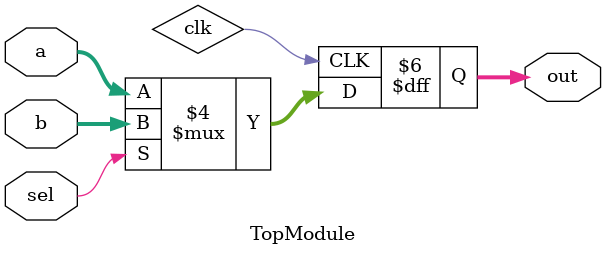
<source format=sv>

module TopModule (
  input sel,
  input [7:0] a,
  input [7:0] b,
  output reg [7:0] out
);
always @(posedge clk) begin
  if (~sel)
    out <= a;
  else
    out <= b;
end

endmodule

</source>
